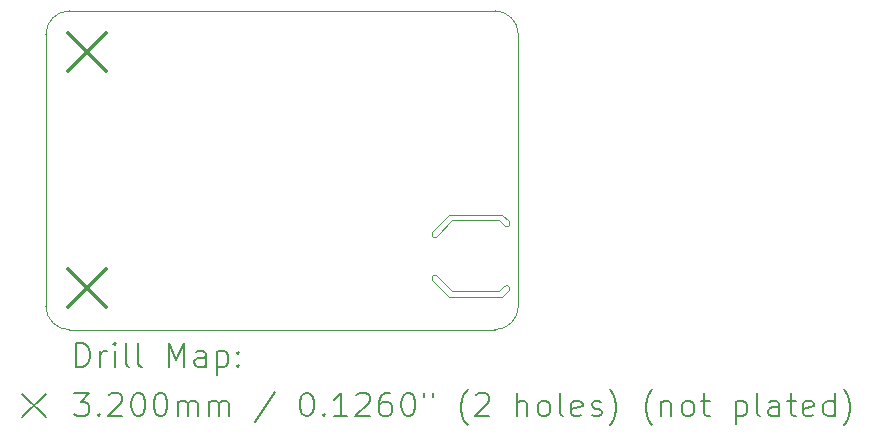
<source format=gbr>
%TF.GenerationSoftware,KiCad,Pcbnew,8.0.2*%
%TF.CreationDate,2024-05-05T20:12:36+02:00*%
%TF.ProjectId,sensor_board_voc_temp,73656e73-6f72-45f6-926f-6172645f766f,A*%
%TF.SameCoordinates,Original*%
%TF.FileFunction,Drillmap*%
%TF.FilePolarity,Positive*%
%FSLAX45Y45*%
G04 Gerber Fmt 4.5, Leading zero omitted, Abs format (unit mm)*
G04 Created by KiCad (PCBNEW 8.0.2) date 2024-05-05 20:12:36*
%MOMM*%
%LPD*%
G01*
G04 APERTURE LIST*
%ADD10C,0.050000*%
%ADD11C,0.200000*%
%ADD12C,0.320000*%
G04 APERTURE END LIST*
D10*
X6800000Y-3000000D02*
G75*
G02*
X7000000Y-3200000I0J-200000D01*
G01*
X6303889Y-5239213D02*
X6440785Y-5375463D01*
X6840173Y-5375011D01*
X6882322Y-5332322D01*
X6886111Y-5329213D01*
X6895123Y-5325480D01*
X6904877Y-5325480D01*
X6913889Y-5329213D01*
X6920787Y-5336111D01*
X6924520Y-5345123D01*
X6924520Y-5354877D01*
X6920787Y-5363889D01*
X6867678Y-5417678D01*
X6863890Y-5420786D01*
X6863889Y-5420787D01*
X6854877Y-5424520D01*
X6430000Y-5425000D01*
X6425123Y-5424520D01*
X6416111Y-5420787D01*
X6416090Y-5420766D01*
X6272322Y-5277678D01*
X6269213Y-5273889D01*
X6265480Y-5264877D01*
X6265480Y-5255123D01*
X6269213Y-5246111D01*
X6276111Y-5239213D01*
X6285123Y-5235480D01*
X6294877Y-5235480D01*
X6303889Y-5239213D01*
X7000000Y-5500000D02*
G75*
G02*
X6800000Y-5700000I-200000J0D01*
G01*
X6854877Y-4725480D02*
X6863889Y-4729213D01*
X6863897Y-4729221D01*
X6917678Y-4782322D01*
X6920787Y-4786111D01*
X6924520Y-4795123D01*
X6924520Y-4804877D01*
X6920787Y-4813889D01*
X6913889Y-4820787D01*
X6904877Y-4824520D01*
X6895123Y-4824520D01*
X6886111Y-4820787D01*
X6839269Y-4774537D01*
X6439739Y-4774989D01*
X6307678Y-4907678D01*
X6303889Y-4910787D01*
X6294877Y-4914520D01*
X6285123Y-4914520D01*
X6276111Y-4910787D01*
X6269213Y-4903889D01*
X6265480Y-4894877D01*
X6265480Y-4885123D01*
X6269213Y-4876111D01*
X6412322Y-4732322D01*
X6416110Y-4729214D01*
X6416111Y-4729213D01*
X6425123Y-4725480D01*
X6850000Y-4725000D01*
X6854877Y-4725480D01*
X3000000Y-3200000D02*
G75*
G02*
X3200000Y-3000000I200000J0D01*
G01*
X3000000Y-5500000D02*
X3000000Y-3200000D01*
X7000000Y-3200000D02*
X7000000Y-5500000D01*
X3200000Y-5700000D02*
G75*
G02*
X3000000Y-5500000I0J200000D01*
G01*
X3200000Y-3000000D02*
X6800000Y-3000000D01*
X6800000Y-5700000D02*
X3200000Y-5700000D01*
D11*
D12*
X3190000Y-3190000D02*
X3510000Y-3510000D01*
X3510000Y-3190000D02*
X3190000Y-3510000D01*
X3190000Y-5190000D02*
X3510000Y-5510000D01*
X3510000Y-5190000D02*
X3190000Y-5510000D01*
D11*
X3258277Y-6013984D02*
X3258277Y-5813984D01*
X3258277Y-5813984D02*
X3305896Y-5813984D01*
X3305896Y-5813984D02*
X3334467Y-5823508D01*
X3334467Y-5823508D02*
X3353515Y-5842555D01*
X3353515Y-5842555D02*
X3363039Y-5861603D01*
X3363039Y-5861603D02*
X3372562Y-5899698D01*
X3372562Y-5899698D02*
X3372562Y-5928269D01*
X3372562Y-5928269D02*
X3363039Y-5966365D01*
X3363039Y-5966365D02*
X3353515Y-5985412D01*
X3353515Y-5985412D02*
X3334467Y-6004460D01*
X3334467Y-6004460D02*
X3305896Y-6013984D01*
X3305896Y-6013984D02*
X3258277Y-6013984D01*
X3458277Y-6013984D02*
X3458277Y-5880650D01*
X3458277Y-5918746D02*
X3467801Y-5899698D01*
X3467801Y-5899698D02*
X3477324Y-5890174D01*
X3477324Y-5890174D02*
X3496372Y-5880650D01*
X3496372Y-5880650D02*
X3515420Y-5880650D01*
X3582086Y-6013984D02*
X3582086Y-5880650D01*
X3582086Y-5813984D02*
X3572562Y-5823508D01*
X3572562Y-5823508D02*
X3582086Y-5833031D01*
X3582086Y-5833031D02*
X3591610Y-5823508D01*
X3591610Y-5823508D02*
X3582086Y-5813984D01*
X3582086Y-5813984D02*
X3582086Y-5833031D01*
X3705896Y-6013984D02*
X3686848Y-6004460D01*
X3686848Y-6004460D02*
X3677324Y-5985412D01*
X3677324Y-5985412D02*
X3677324Y-5813984D01*
X3810658Y-6013984D02*
X3791610Y-6004460D01*
X3791610Y-6004460D02*
X3782086Y-5985412D01*
X3782086Y-5985412D02*
X3782086Y-5813984D01*
X4039229Y-6013984D02*
X4039229Y-5813984D01*
X4039229Y-5813984D02*
X4105896Y-5956841D01*
X4105896Y-5956841D02*
X4172562Y-5813984D01*
X4172562Y-5813984D02*
X4172562Y-6013984D01*
X4353515Y-6013984D02*
X4353515Y-5909222D01*
X4353515Y-5909222D02*
X4343991Y-5890174D01*
X4343991Y-5890174D02*
X4324944Y-5880650D01*
X4324944Y-5880650D02*
X4286848Y-5880650D01*
X4286848Y-5880650D02*
X4267801Y-5890174D01*
X4353515Y-6004460D02*
X4334467Y-6013984D01*
X4334467Y-6013984D02*
X4286848Y-6013984D01*
X4286848Y-6013984D02*
X4267801Y-6004460D01*
X4267801Y-6004460D02*
X4258277Y-5985412D01*
X4258277Y-5985412D02*
X4258277Y-5966365D01*
X4258277Y-5966365D02*
X4267801Y-5947317D01*
X4267801Y-5947317D02*
X4286848Y-5937793D01*
X4286848Y-5937793D02*
X4334467Y-5937793D01*
X4334467Y-5937793D02*
X4353515Y-5928269D01*
X4448753Y-5880650D02*
X4448753Y-6080650D01*
X4448753Y-5890174D02*
X4467801Y-5880650D01*
X4467801Y-5880650D02*
X4505896Y-5880650D01*
X4505896Y-5880650D02*
X4524944Y-5890174D01*
X4524944Y-5890174D02*
X4534467Y-5899698D01*
X4534467Y-5899698D02*
X4543991Y-5918746D01*
X4543991Y-5918746D02*
X4543991Y-5975888D01*
X4543991Y-5975888D02*
X4534467Y-5994936D01*
X4534467Y-5994936D02*
X4524944Y-6004460D01*
X4524944Y-6004460D02*
X4505896Y-6013984D01*
X4505896Y-6013984D02*
X4467801Y-6013984D01*
X4467801Y-6013984D02*
X4448753Y-6004460D01*
X4629705Y-5994936D02*
X4639229Y-6004460D01*
X4639229Y-6004460D02*
X4629705Y-6013984D01*
X4629705Y-6013984D02*
X4620182Y-6004460D01*
X4620182Y-6004460D02*
X4629705Y-5994936D01*
X4629705Y-5994936D02*
X4629705Y-6013984D01*
X4629705Y-5890174D02*
X4639229Y-5899698D01*
X4639229Y-5899698D02*
X4629705Y-5909222D01*
X4629705Y-5909222D02*
X4620182Y-5899698D01*
X4620182Y-5899698D02*
X4629705Y-5890174D01*
X4629705Y-5890174D02*
X4629705Y-5909222D01*
X2797500Y-6242500D02*
X2997500Y-6442500D01*
X2997500Y-6242500D02*
X2797500Y-6442500D01*
X3239229Y-6233984D02*
X3363039Y-6233984D01*
X3363039Y-6233984D02*
X3296372Y-6310174D01*
X3296372Y-6310174D02*
X3324943Y-6310174D01*
X3324943Y-6310174D02*
X3343991Y-6319698D01*
X3343991Y-6319698D02*
X3353515Y-6329222D01*
X3353515Y-6329222D02*
X3363039Y-6348269D01*
X3363039Y-6348269D02*
X3363039Y-6395888D01*
X3363039Y-6395888D02*
X3353515Y-6414936D01*
X3353515Y-6414936D02*
X3343991Y-6424460D01*
X3343991Y-6424460D02*
X3324943Y-6433984D01*
X3324943Y-6433984D02*
X3267801Y-6433984D01*
X3267801Y-6433984D02*
X3248753Y-6424460D01*
X3248753Y-6424460D02*
X3239229Y-6414936D01*
X3448753Y-6414936D02*
X3458277Y-6424460D01*
X3458277Y-6424460D02*
X3448753Y-6433984D01*
X3448753Y-6433984D02*
X3439229Y-6424460D01*
X3439229Y-6424460D02*
X3448753Y-6414936D01*
X3448753Y-6414936D02*
X3448753Y-6433984D01*
X3534467Y-6253031D02*
X3543991Y-6243508D01*
X3543991Y-6243508D02*
X3563039Y-6233984D01*
X3563039Y-6233984D02*
X3610658Y-6233984D01*
X3610658Y-6233984D02*
X3629705Y-6243508D01*
X3629705Y-6243508D02*
X3639229Y-6253031D01*
X3639229Y-6253031D02*
X3648753Y-6272079D01*
X3648753Y-6272079D02*
X3648753Y-6291127D01*
X3648753Y-6291127D02*
X3639229Y-6319698D01*
X3639229Y-6319698D02*
X3524943Y-6433984D01*
X3524943Y-6433984D02*
X3648753Y-6433984D01*
X3772562Y-6233984D02*
X3791610Y-6233984D01*
X3791610Y-6233984D02*
X3810658Y-6243508D01*
X3810658Y-6243508D02*
X3820182Y-6253031D01*
X3820182Y-6253031D02*
X3829705Y-6272079D01*
X3829705Y-6272079D02*
X3839229Y-6310174D01*
X3839229Y-6310174D02*
X3839229Y-6357793D01*
X3839229Y-6357793D02*
X3829705Y-6395888D01*
X3829705Y-6395888D02*
X3820182Y-6414936D01*
X3820182Y-6414936D02*
X3810658Y-6424460D01*
X3810658Y-6424460D02*
X3791610Y-6433984D01*
X3791610Y-6433984D02*
X3772562Y-6433984D01*
X3772562Y-6433984D02*
X3753515Y-6424460D01*
X3753515Y-6424460D02*
X3743991Y-6414936D01*
X3743991Y-6414936D02*
X3734467Y-6395888D01*
X3734467Y-6395888D02*
X3724943Y-6357793D01*
X3724943Y-6357793D02*
X3724943Y-6310174D01*
X3724943Y-6310174D02*
X3734467Y-6272079D01*
X3734467Y-6272079D02*
X3743991Y-6253031D01*
X3743991Y-6253031D02*
X3753515Y-6243508D01*
X3753515Y-6243508D02*
X3772562Y-6233984D01*
X3963039Y-6233984D02*
X3982086Y-6233984D01*
X3982086Y-6233984D02*
X4001134Y-6243508D01*
X4001134Y-6243508D02*
X4010658Y-6253031D01*
X4010658Y-6253031D02*
X4020182Y-6272079D01*
X4020182Y-6272079D02*
X4029705Y-6310174D01*
X4029705Y-6310174D02*
X4029705Y-6357793D01*
X4029705Y-6357793D02*
X4020182Y-6395888D01*
X4020182Y-6395888D02*
X4010658Y-6414936D01*
X4010658Y-6414936D02*
X4001134Y-6424460D01*
X4001134Y-6424460D02*
X3982086Y-6433984D01*
X3982086Y-6433984D02*
X3963039Y-6433984D01*
X3963039Y-6433984D02*
X3943991Y-6424460D01*
X3943991Y-6424460D02*
X3934467Y-6414936D01*
X3934467Y-6414936D02*
X3924943Y-6395888D01*
X3924943Y-6395888D02*
X3915420Y-6357793D01*
X3915420Y-6357793D02*
X3915420Y-6310174D01*
X3915420Y-6310174D02*
X3924943Y-6272079D01*
X3924943Y-6272079D02*
X3934467Y-6253031D01*
X3934467Y-6253031D02*
X3943991Y-6243508D01*
X3943991Y-6243508D02*
X3963039Y-6233984D01*
X4115420Y-6433984D02*
X4115420Y-6300650D01*
X4115420Y-6319698D02*
X4124943Y-6310174D01*
X4124943Y-6310174D02*
X4143991Y-6300650D01*
X4143991Y-6300650D02*
X4172563Y-6300650D01*
X4172563Y-6300650D02*
X4191610Y-6310174D01*
X4191610Y-6310174D02*
X4201134Y-6329222D01*
X4201134Y-6329222D02*
X4201134Y-6433984D01*
X4201134Y-6329222D02*
X4210658Y-6310174D01*
X4210658Y-6310174D02*
X4229705Y-6300650D01*
X4229705Y-6300650D02*
X4258277Y-6300650D01*
X4258277Y-6300650D02*
X4277325Y-6310174D01*
X4277325Y-6310174D02*
X4286848Y-6329222D01*
X4286848Y-6329222D02*
X4286848Y-6433984D01*
X4382086Y-6433984D02*
X4382086Y-6300650D01*
X4382086Y-6319698D02*
X4391610Y-6310174D01*
X4391610Y-6310174D02*
X4410658Y-6300650D01*
X4410658Y-6300650D02*
X4439229Y-6300650D01*
X4439229Y-6300650D02*
X4458277Y-6310174D01*
X4458277Y-6310174D02*
X4467801Y-6329222D01*
X4467801Y-6329222D02*
X4467801Y-6433984D01*
X4467801Y-6329222D02*
X4477325Y-6310174D01*
X4477325Y-6310174D02*
X4496372Y-6300650D01*
X4496372Y-6300650D02*
X4524944Y-6300650D01*
X4524944Y-6300650D02*
X4543991Y-6310174D01*
X4543991Y-6310174D02*
X4553515Y-6329222D01*
X4553515Y-6329222D02*
X4553515Y-6433984D01*
X4943991Y-6224460D02*
X4772563Y-6481603D01*
X5201134Y-6233984D02*
X5220182Y-6233984D01*
X5220182Y-6233984D02*
X5239229Y-6243508D01*
X5239229Y-6243508D02*
X5248753Y-6253031D01*
X5248753Y-6253031D02*
X5258277Y-6272079D01*
X5258277Y-6272079D02*
X5267801Y-6310174D01*
X5267801Y-6310174D02*
X5267801Y-6357793D01*
X5267801Y-6357793D02*
X5258277Y-6395888D01*
X5258277Y-6395888D02*
X5248753Y-6414936D01*
X5248753Y-6414936D02*
X5239229Y-6424460D01*
X5239229Y-6424460D02*
X5220182Y-6433984D01*
X5220182Y-6433984D02*
X5201134Y-6433984D01*
X5201134Y-6433984D02*
X5182087Y-6424460D01*
X5182087Y-6424460D02*
X5172563Y-6414936D01*
X5172563Y-6414936D02*
X5163039Y-6395888D01*
X5163039Y-6395888D02*
X5153515Y-6357793D01*
X5153515Y-6357793D02*
X5153515Y-6310174D01*
X5153515Y-6310174D02*
X5163039Y-6272079D01*
X5163039Y-6272079D02*
X5172563Y-6253031D01*
X5172563Y-6253031D02*
X5182087Y-6243508D01*
X5182087Y-6243508D02*
X5201134Y-6233984D01*
X5353515Y-6414936D02*
X5363039Y-6424460D01*
X5363039Y-6424460D02*
X5353515Y-6433984D01*
X5353515Y-6433984D02*
X5343991Y-6424460D01*
X5343991Y-6424460D02*
X5353515Y-6414936D01*
X5353515Y-6414936D02*
X5353515Y-6433984D01*
X5553515Y-6433984D02*
X5439229Y-6433984D01*
X5496372Y-6433984D02*
X5496372Y-6233984D01*
X5496372Y-6233984D02*
X5477325Y-6262555D01*
X5477325Y-6262555D02*
X5458277Y-6281603D01*
X5458277Y-6281603D02*
X5439229Y-6291127D01*
X5629706Y-6253031D02*
X5639229Y-6243508D01*
X5639229Y-6243508D02*
X5658277Y-6233984D01*
X5658277Y-6233984D02*
X5705896Y-6233984D01*
X5705896Y-6233984D02*
X5724944Y-6243508D01*
X5724944Y-6243508D02*
X5734467Y-6253031D01*
X5734467Y-6253031D02*
X5743991Y-6272079D01*
X5743991Y-6272079D02*
X5743991Y-6291127D01*
X5743991Y-6291127D02*
X5734467Y-6319698D01*
X5734467Y-6319698D02*
X5620182Y-6433984D01*
X5620182Y-6433984D02*
X5743991Y-6433984D01*
X5915420Y-6233984D02*
X5877325Y-6233984D01*
X5877325Y-6233984D02*
X5858277Y-6243508D01*
X5858277Y-6243508D02*
X5848753Y-6253031D01*
X5848753Y-6253031D02*
X5829706Y-6281603D01*
X5829706Y-6281603D02*
X5820182Y-6319698D01*
X5820182Y-6319698D02*
X5820182Y-6395888D01*
X5820182Y-6395888D02*
X5829706Y-6414936D01*
X5829706Y-6414936D02*
X5839229Y-6424460D01*
X5839229Y-6424460D02*
X5858277Y-6433984D01*
X5858277Y-6433984D02*
X5896372Y-6433984D01*
X5896372Y-6433984D02*
X5915420Y-6424460D01*
X5915420Y-6424460D02*
X5924944Y-6414936D01*
X5924944Y-6414936D02*
X5934467Y-6395888D01*
X5934467Y-6395888D02*
X5934467Y-6348269D01*
X5934467Y-6348269D02*
X5924944Y-6329222D01*
X5924944Y-6329222D02*
X5915420Y-6319698D01*
X5915420Y-6319698D02*
X5896372Y-6310174D01*
X5896372Y-6310174D02*
X5858277Y-6310174D01*
X5858277Y-6310174D02*
X5839229Y-6319698D01*
X5839229Y-6319698D02*
X5829706Y-6329222D01*
X5829706Y-6329222D02*
X5820182Y-6348269D01*
X6058277Y-6233984D02*
X6077325Y-6233984D01*
X6077325Y-6233984D02*
X6096372Y-6243508D01*
X6096372Y-6243508D02*
X6105896Y-6253031D01*
X6105896Y-6253031D02*
X6115420Y-6272079D01*
X6115420Y-6272079D02*
X6124944Y-6310174D01*
X6124944Y-6310174D02*
X6124944Y-6357793D01*
X6124944Y-6357793D02*
X6115420Y-6395888D01*
X6115420Y-6395888D02*
X6105896Y-6414936D01*
X6105896Y-6414936D02*
X6096372Y-6424460D01*
X6096372Y-6424460D02*
X6077325Y-6433984D01*
X6077325Y-6433984D02*
X6058277Y-6433984D01*
X6058277Y-6433984D02*
X6039229Y-6424460D01*
X6039229Y-6424460D02*
X6029706Y-6414936D01*
X6029706Y-6414936D02*
X6020182Y-6395888D01*
X6020182Y-6395888D02*
X6010658Y-6357793D01*
X6010658Y-6357793D02*
X6010658Y-6310174D01*
X6010658Y-6310174D02*
X6020182Y-6272079D01*
X6020182Y-6272079D02*
X6029706Y-6253031D01*
X6029706Y-6253031D02*
X6039229Y-6243508D01*
X6039229Y-6243508D02*
X6058277Y-6233984D01*
X6201134Y-6233984D02*
X6201134Y-6272079D01*
X6277325Y-6233984D02*
X6277325Y-6272079D01*
X6572563Y-6510174D02*
X6563039Y-6500650D01*
X6563039Y-6500650D02*
X6543991Y-6472079D01*
X6543991Y-6472079D02*
X6534468Y-6453031D01*
X6534468Y-6453031D02*
X6524944Y-6424460D01*
X6524944Y-6424460D02*
X6515420Y-6376841D01*
X6515420Y-6376841D02*
X6515420Y-6338746D01*
X6515420Y-6338746D02*
X6524944Y-6291127D01*
X6524944Y-6291127D02*
X6534468Y-6262555D01*
X6534468Y-6262555D02*
X6543991Y-6243508D01*
X6543991Y-6243508D02*
X6563039Y-6214936D01*
X6563039Y-6214936D02*
X6572563Y-6205412D01*
X6639229Y-6253031D02*
X6648753Y-6243508D01*
X6648753Y-6243508D02*
X6667801Y-6233984D01*
X6667801Y-6233984D02*
X6715420Y-6233984D01*
X6715420Y-6233984D02*
X6734468Y-6243508D01*
X6734468Y-6243508D02*
X6743991Y-6253031D01*
X6743991Y-6253031D02*
X6753515Y-6272079D01*
X6753515Y-6272079D02*
X6753515Y-6291127D01*
X6753515Y-6291127D02*
X6743991Y-6319698D01*
X6743991Y-6319698D02*
X6629706Y-6433984D01*
X6629706Y-6433984D02*
X6753515Y-6433984D01*
X6991610Y-6433984D02*
X6991610Y-6233984D01*
X7077325Y-6433984D02*
X7077325Y-6329222D01*
X7077325Y-6329222D02*
X7067801Y-6310174D01*
X7067801Y-6310174D02*
X7048753Y-6300650D01*
X7048753Y-6300650D02*
X7020182Y-6300650D01*
X7020182Y-6300650D02*
X7001134Y-6310174D01*
X7001134Y-6310174D02*
X6991610Y-6319698D01*
X7201134Y-6433984D02*
X7182087Y-6424460D01*
X7182087Y-6424460D02*
X7172563Y-6414936D01*
X7172563Y-6414936D02*
X7163039Y-6395888D01*
X7163039Y-6395888D02*
X7163039Y-6338746D01*
X7163039Y-6338746D02*
X7172563Y-6319698D01*
X7172563Y-6319698D02*
X7182087Y-6310174D01*
X7182087Y-6310174D02*
X7201134Y-6300650D01*
X7201134Y-6300650D02*
X7229706Y-6300650D01*
X7229706Y-6300650D02*
X7248753Y-6310174D01*
X7248753Y-6310174D02*
X7258277Y-6319698D01*
X7258277Y-6319698D02*
X7267801Y-6338746D01*
X7267801Y-6338746D02*
X7267801Y-6395888D01*
X7267801Y-6395888D02*
X7258277Y-6414936D01*
X7258277Y-6414936D02*
X7248753Y-6424460D01*
X7248753Y-6424460D02*
X7229706Y-6433984D01*
X7229706Y-6433984D02*
X7201134Y-6433984D01*
X7382087Y-6433984D02*
X7363039Y-6424460D01*
X7363039Y-6424460D02*
X7353515Y-6405412D01*
X7353515Y-6405412D02*
X7353515Y-6233984D01*
X7534468Y-6424460D02*
X7515420Y-6433984D01*
X7515420Y-6433984D02*
X7477325Y-6433984D01*
X7477325Y-6433984D02*
X7458277Y-6424460D01*
X7458277Y-6424460D02*
X7448753Y-6405412D01*
X7448753Y-6405412D02*
X7448753Y-6329222D01*
X7448753Y-6329222D02*
X7458277Y-6310174D01*
X7458277Y-6310174D02*
X7477325Y-6300650D01*
X7477325Y-6300650D02*
X7515420Y-6300650D01*
X7515420Y-6300650D02*
X7534468Y-6310174D01*
X7534468Y-6310174D02*
X7543991Y-6329222D01*
X7543991Y-6329222D02*
X7543991Y-6348269D01*
X7543991Y-6348269D02*
X7448753Y-6367317D01*
X7620182Y-6424460D02*
X7639230Y-6433984D01*
X7639230Y-6433984D02*
X7677325Y-6433984D01*
X7677325Y-6433984D02*
X7696372Y-6424460D01*
X7696372Y-6424460D02*
X7705896Y-6405412D01*
X7705896Y-6405412D02*
X7705896Y-6395888D01*
X7705896Y-6395888D02*
X7696372Y-6376841D01*
X7696372Y-6376841D02*
X7677325Y-6367317D01*
X7677325Y-6367317D02*
X7648753Y-6367317D01*
X7648753Y-6367317D02*
X7629706Y-6357793D01*
X7629706Y-6357793D02*
X7620182Y-6338746D01*
X7620182Y-6338746D02*
X7620182Y-6329222D01*
X7620182Y-6329222D02*
X7629706Y-6310174D01*
X7629706Y-6310174D02*
X7648753Y-6300650D01*
X7648753Y-6300650D02*
X7677325Y-6300650D01*
X7677325Y-6300650D02*
X7696372Y-6310174D01*
X7772563Y-6510174D02*
X7782087Y-6500650D01*
X7782087Y-6500650D02*
X7801134Y-6472079D01*
X7801134Y-6472079D02*
X7810658Y-6453031D01*
X7810658Y-6453031D02*
X7820182Y-6424460D01*
X7820182Y-6424460D02*
X7829706Y-6376841D01*
X7829706Y-6376841D02*
X7829706Y-6338746D01*
X7829706Y-6338746D02*
X7820182Y-6291127D01*
X7820182Y-6291127D02*
X7810658Y-6262555D01*
X7810658Y-6262555D02*
X7801134Y-6243508D01*
X7801134Y-6243508D02*
X7782087Y-6214936D01*
X7782087Y-6214936D02*
X7772563Y-6205412D01*
X8134468Y-6510174D02*
X8124944Y-6500650D01*
X8124944Y-6500650D02*
X8105896Y-6472079D01*
X8105896Y-6472079D02*
X8096372Y-6453031D01*
X8096372Y-6453031D02*
X8086849Y-6424460D01*
X8086849Y-6424460D02*
X8077325Y-6376841D01*
X8077325Y-6376841D02*
X8077325Y-6338746D01*
X8077325Y-6338746D02*
X8086849Y-6291127D01*
X8086849Y-6291127D02*
X8096372Y-6262555D01*
X8096372Y-6262555D02*
X8105896Y-6243508D01*
X8105896Y-6243508D02*
X8124944Y-6214936D01*
X8124944Y-6214936D02*
X8134468Y-6205412D01*
X8210658Y-6300650D02*
X8210658Y-6433984D01*
X8210658Y-6319698D02*
X8220182Y-6310174D01*
X8220182Y-6310174D02*
X8239230Y-6300650D01*
X8239230Y-6300650D02*
X8267801Y-6300650D01*
X8267801Y-6300650D02*
X8286849Y-6310174D01*
X8286849Y-6310174D02*
X8296372Y-6329222D01*
X8296372Y-6329222D02*
X8296372Y-6433984D01*
X8420182Y-6433984D02*
X8401134Y-6424460D01*
X8401134Y-6424460D02*
X8391611Y-6414936D01*
X8391611Y-6414936D02*
X8382087Y-6395888D01*
X8382087Y-6395888D02*
X8382087Y-6338746D01*
X8382087Y-6338746D02*
X8391611Y-6319698D01*
X8391611Y-6319698D02*
X8401134Y-6310174D01*
X8401134Y-6310174D02*
X8420182Y-6300650D01*
X8420182Y-6300650D02*
X8448754Y-6300650D01*
X8448754Y-6300650D02*
X8467801Y-6310174D01*
X8467801Y-6310174D02*
X8477325Y-6319698D01*
X8477325Y-6319698D02*
X8486849Y-6338746D01*
X8486849Y-6338746D02*
X8486849Y-6395888D01*
X8486849Y-6395888D02*
X8477325Y-6414936D01*
X8477325Y-6414936D02*
X8467801Y-6424460D01*
X8467801Y-6424460D02*
X8448754Y-6433984D01*
X8448754Y-6433984D02*
X8420182Y-6433984D01*
X8543992Y-6300650D02*
X8620182Y-6300650D01*
X8572563Y-6233984D02*
X8572563Y-6405412D01*
X8572563Y-6405412D02*
X8582087Y-6424460D01*
X8582087Y-6424460D02*
X8601134Y-6433984D01*
X8601134Y-6433984D02*
X8620182Y-6433984D01*
X8839230Y-6300650D02*
X8839230Y-6500650D01*
X8839230Y-6310174D02*
X8858277Y-6300650D01*
X8858277Y-6300650D02*
X8896373Y-6300650D01*
X8896373Y-6300650D02*
X8915420Y-6310174D01*
X8915420Y-6310174D02*
X8924944Y-6319698D01*
X8924944Y-6319698D02*
X8934468Y-6338746D01*
X8934468Y-6338746D02*
X8934468Y-6395888D01*
X8934468Y-6395888D02*
X8924944Y-6414936D01*
X8924944Y-6414936D02*
X8915420Y-6424460D01*
X8915420Y-6424460D02*
X8896373Y-6433984D01*
X8896373Y-6433984D02*
X8858277Y-6433984D01*
X8858277Y-6433984D02*
X8839230Y-6424460D01*
X9048754Y-6433984D02*
X9029706Y-6424460D01*
X9029706Y-6424460D02*
X9020182Y-6405412D01*
X9020182Y-6405412D02*
X9020182Y-6233984D01*
X9210658Y-6433984D02*
X9210658Y-6329222D01*
X9210658Y-6329222D02*
X9201135Y-6310174D01*
X9201135Y-6310174D02*
X9182087Y-6300650D01*
X9182087Y-6300650D02*
X9143992Y-6300650D01*
X9143992Y-6300650D02*
X9124944Y-6310174D01*
X9210658Y-6424460D02*
X9191611Y-6433984D01*
X9191611Y-6433984D02*
X9143992Y-6433984D01*
X9143992Y-6433984D02*
X9124944Y-6424460D01*
X9124944Y-6424460D02*
X9115420Y-6405412D01*
X9115420Y-6405412D02*
X9115420Y-6386365D01*
X9115420Y-6386365D02*
X9124944Y-6367317D01*
X9124944Y-6367317D02*
X9143992Y-6357793D01*
X9143992Y-6357793D02*
X9191611Y-6357793D01*
X9191611Y-6357793D02*
X9210658Y-6348269D01*
X9277325Y-6300650D02*
X9353515Y-6300650D01*
X9305896Y-6233984D02*
X9305896Y-6405412D01*
X9305896Y-6405412D02*
X9315420Y-6424460D01*
X9315420Y-6424460D02*
X9334468Y-6433984D01*
X9334468Y-6433984D02*
X9353515Y-6433984D01*
X9496373Y-6424460D02*
X9477325Y-6433984D01*
X9477325Y-6433984D02*
X9439230Y-6433984D01*
X9439230Y-6433984D02*
X9420182Y-6424460D01*
X9420182Y-6424460D02*
X9410658Y-6405412D01*
X9410658Y-6405412D02*
X9410658Y-6329222D01*
X9410658Y-6329222D02*
X9420182Y-6310174D01*
X9420182Y-6310174D02*
X9439230Y-6300650D01*
X9439230Y-6300650D02*
X9477325Y-6300650D01*
X9477325Y-6300650D02*
X9496373Y-6310174D01*
X9496373Y-6310174D02*
X9505896Y-6329222D01*
X9505896Y-6329222D02*
X9505896Y-6348269D01*
X9505896Y-6348269D02*
X9410658Y-6367317D01*
X9677325Y-6433984D02*
X9677325Y-6233984D01*
X9677325Y-6424460D02*
X9658277Y-6433984D01*
X9658277Y-6433984D02*
X9620182Y-6433984D01*
X9620182Y-6433984D02*
X9601135Y-6424460D01*
X9601135Y-6424460D02*
X9591611Y-6414936D01*
X9591611Y-6414936D02*
X9582087Y-6395888D01*
X9582087Y-6395888D02*
X9582087Y-6338746D01*
X9582087Y-6338746D02*
X9591611Y-6319698D01*
X9591611Y-6319698D02*
X9601135Y-6310174D01*
X9601135Y-6310174D02*
X9620182Y-6300650D01*
X9620182Y-6300650D02*
X9658277Y-6300650D01*
X9658277Y-6300650D02*
X9677325Y-6310174D01*
X9753516Y-6510174D02*
X9763039Y-6500650D01*
X9763039Y-6500650D02*
X9782087Y-6472079D01*
X9782087Y-6472079D02*
X9791611Y-6453031D01*
X9791611Y-6453031D02*
X9801135Y-6424460D01*
X9801135Y-6424460D02*
X9810658Y-6376841D01*
X9810658Y-6376841D02*
X9810658Y-6338746D01*
X9810658Y-6338746D02*
X9801135Y-6291127D01*
X9801135Y-6291127D02*
X9791611Y-6262555D01*
X9791611Y-6262555D02*
X9782087Y-6243508D01*
X9782087Y-6243508D02*
X9763039Y-6214936D01*
X9763039Y-6214936D02*
X9753516Y-6205412D01*
M02*

</source>
